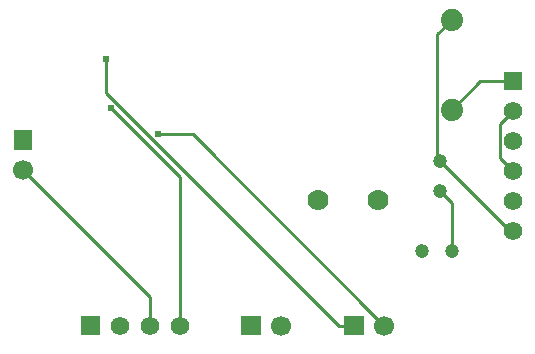
<source format=gbl>
G04 Layer: BottomLayer*
G04 EasyEDA v6.4.21, 2021-08-31T18:03:31+03:00*
G04 b95053f86dca452894c47d8f443744e6,e35e2ce9ff7a437f96666ecb9555ba6e,10*
G04 Gerber Generator version 0.2*
G04 Scale: 100 percent, Rotated: No, Reflected: No *
G04 Dimensions in millimeters *
G04 leading zeros omitted , absolute positions ,4 integer and 5 decimal *
%FSLAX45Y45*%
%MOMM*%

%ADD10C,0.2540*%
%ADD12C,0.6100*%
%ADD16C,1.1938*%
%ADD17C,1.5748*%
%ADD18R,1.5748X1.5748*%
%ADD19C,1.8796*%
%ADD20C,1.7780*%
%ADD22C,1.7000*%
%ADD23R,1.5748X1.7000*%

%LPD*%
D10*
X4597402Y3467107D02*
G01*
X4838702Y3708407D01*
X5118102Y3708407D01*
X5118102Y3454407D02*
G01*
X5007764Y3344070D01*
X5007764Y3056745D01*
X5118102Y2946407D01*
X4495802Y2781307D02*
G01*
X4597402Y2679707D01*
X4597402Y2273307D01*
X965202Y2959107D02*
G01*
X2044702Y1879607D01*
X2044702Y1638307D01*
X4597402Y4229107D02*
G01*
X4473120Y4104825D01*
X4473120Y3057989D01*
X4495802Y3035307D01*
X4495802Y3035307D02*
G01*
X5092702Y2438407D01*
X5118102Y2438407D01*
X3771902Y1638307D02*
G01*
X3640813Y1638307D01*
X1666521Y3612598D01*
X1666521Y3900431D01*
X2298702Y1638307D02*
G01*
X2298702Y2893956D01*
X1712241Y3480417D01*
X4025902Y1638307D02*
G01*
X2404315Y3259894D01*
X2105764Y3259894D01*
D16*
G01*
X4343400Y2273300D03*
G01*
X4597400Y2273300D03*
D17*
G01*
X5118100Y2438400D03*
G01*
X5118100Y2692400D03*
G01*
X5118100Y2946400D03*
G01*
X5118100Y3200400D03*
G01*
X5118100Y3454400D03*
D18*
G01*
X5118100Y3708400D03*
D19*
G01*
X4597400Y4229100D03*
G01*
X4597400Y3467100D03*
D16*
G01*
X4495800Y2781300D03*
G01*
X4495800Y3035300D03*
D20*
G01*
X3467100Y2705100D03*
G01*
X3975100Y2705100D03*
G36*
X2810601Y1717039D02*
G01*
X2980601Y1717039D01*
X2980601Y1559560D01*
X2810601Y1559560D01*
G37*
D22*
G01*
X3149600Y1638300D03*
G36*
X3686901Y1717039D02*
G01*
X3856901Y1717039D01*
X3856901Y1559560D01*
X3686901Y1559560D01*
G37*
G01*
X4025900Y1638300D03*
D23*
G01*
X965200Y3213100D03*
D22*
G01*
X965200Y2959100D03*
G36*
X1457960Y1717039D02*
G01*
X1615439Y1717039D01*
X1615439Y1559560D01*
X1457960Y1559560D01*
G37*
D17*
G01*
X1790700Y1638300D03*
G01*
X2044700Y1638300D03*
G01*
X2298700Y1638300D03*
D12*
G01*
X1666519Y3900423D03*
G01*
X1712239Y3480409D03*
G01*
X2105761Y3259886D03*
M02*

</source>
